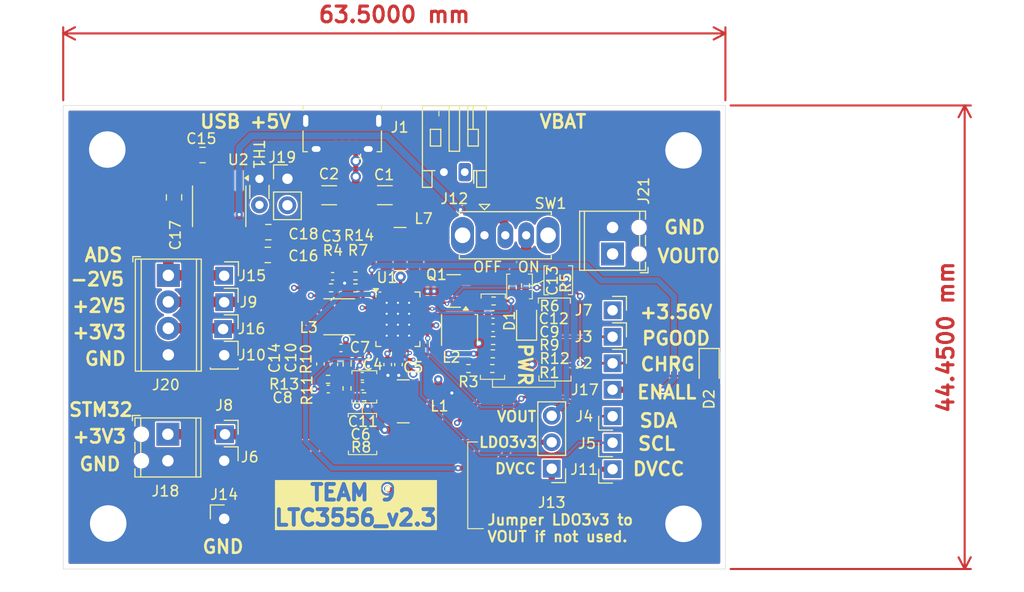
<source format=kicad_pcb>
(kicad_pcb (version 20240108) (generator "pcbnew") (generator_version "8.0")
  (layers (0 "F.Cu" signal) (1 "In1.Cu" signal) (2 "In2.Cu" signal) (31 "B.Cu" signal) (34 "B.Paste" user) (35 "F.Paste" user) (36 "B.SilkS" user "B.Silkscreen") (37 "F.SilkS" user "F.Silkscreen") (38 "B.Mask" user) (39 "F.Mask" user) (44 "Edge.Cuts" user))
  (net 0 "")
  (net 1 "GND")
  (net 2 "Net-(J1-VBUS)")
  (net 3 "Net-(U1-CLPROG)")
  (net 4 "Net-(J11-Pin_1)")
  (net 5 "Net-(U1-FB3)")
  (net 6 "Net-(U1-VC3)")
  (net 7 "Net-(U1-FB2)")
  (net 8 "Net-(U1-FB1)")
  (net 9 "Net-(J7-Pin_1)")
  (net 10 "Net-(J20-Pin_2)")
  (net 11 "Net-(U2-CAP+)")
  (net 12 "Net-(U2-CAP-)")
  (net 13 "Net-(J15-Pin_1)")
  (net 14 "Net-(D1-A)")
  (net 18 "Net-(J4-Pin_1)")
  (net 19 "Net-(J5-Pin_1)")
  (net 20 "VBAT")
  (net 21 "Net-(U1-SW2)")
  (net 22 "Net-(U1-SW1)")
  (net 23 "Net-(U1-SW)")
  (net 24 "Net-(Q1-G)")
  (net 25 "Net-(U1-PROG)")
  (net 26 "Net-(U1-SWCD3)")
  (net 27 "Net-(U1-SWAB3)")
  (net 29 "Net-(J17-Pin_1)")
  (net 30 "Net-(D2-K)")
  (net 31 "Net-(D2-A)")
  (net 32 "Net-(J13-Pin_3)")
  (net 33 "Net-(J3-Pin_1)")
  (net 34 "Net-(J13-Pin_2)")
  (net 35 "Net-(C3-Pad2)")
  (net 36 "Net-(J19-Pin_2)")
  (net 37 "Net-(U2-OSC)")
  (net 38 "Net-(U2-LV)")
  (net 40 "Net-(J21-Pin_1)")
  (net 41 "Net-(J16-Pin_1)")
  (footprint "Inductor_SMD:L_Coilcraft_LPS3010" (layer "F.Cu") (at 135.5575 99.6825)
    (property "Reference" "L3")
    (property "Value" "4.7uH/500mA")
  )
  (footprint "Capacitor_SMD:C_0402_1005Metric" (layer "F.Cu") (at 133.76 104.21 -90)
    (property "Reference" "C14")
    (property "Value" "10uF")
  )
  (footprint "Resistor_SMD:R_0402_1005Metric_Pad0.72x0.64mm_HandSolder" (layer "F.Cu") (at 137.12 95.767 180)
    (property "Reference" "R14")
    (property "Value" "8.25 Ohm")
  )
  (footprint "Connector_PinSocket_2.54mm:PinSocket_1x01_P2.54mm_Vertical" (layer "F.Cu") (at 124.5675 95.7475)
    (property "Reference" "J15")
    (property "Value" "Conn_01x01_Pin")
  )
  (footprint "Capacitor_SMD:C_1206_3216Metric" (layer "F.Cu") (at 139.93375 88.025)
    (property "Reference" "C1")
    (property "Value" "10uF")
  )
  (footprint "Connector_PinHeader_2.54mm:PinHeader_1x02_P2.54mm_Vertical" (layer "F.Cu") (at 130.595 86.4494)
    (property "Reference" "J19")
    (property "Value" "Conn_01x02_Pin")
  )
  (footprint "Connector_PinHeader_2.54mm:PinHeader_1x01_P2.54mm_Vertical" (layer "F.Cu") (at 124.5325 119.06)
    (property "Reference" "J14")
    (property "Value" "Conn_01x01_Pin" (hide yes))
  )
  (footprint "Package_TO_SOT_SMD:SOT-23" (layer "F.Cu") (at 146.54 97.205 180)
    (property "Reference" "Q1")
    (property "Value" "SI2333DS")
  )
  (footprint "Connector_PinSocket_2.54mm:PinSocket_1x01_P2.54mm_Vertical" (layer "F.Cu") (at 161.775 114.3 180)
    (property "Reference" "J11")
    (property "Value" "Conn_01x01_Pin")
  )
  (footprint "Capacitor_SMD:C_0805_2012Metric_Pad1.18x1.45mm_HandSolder" (layer "F.Cu") (at 128.71 93.755 180)
    (property "Reference" "C16")
    (property "Value" "10uF")
  )
  (footprint "Resistor_SMD:R_0402_1005Metric_Pad0.72x0.64mm_HandSolder" (layer "F.Cu") (at 150.241 104.648)
    (property "Reference" "R1")
    (property "Value" "510")
  )
  (footprint "Capacitor_SMD:C_1206_3216Metric" (layer "F.Cu") (at 134.59625 88.03 180)
    (property "Reference" "C2")
    (property "Value" "100nF")
  )
  (footprint "Capacitor_SMD:C_0402_1005Metric" (layer "F.Cu") (at 150.3163 100.7375)
    (property "Reference" "C9")
    (property "Value" "10pF")
  )
  (footprint "Capacitor_SMD:C_0402_1005Metric" (layer "F.Cu") (at 134.51 106.62 180)
    (property "Reference" "C8")
    (property "Value" "130pF")
  )
  (footprint "MountingHole:MountingHole_3.5mm_Pad_TopBottom" (layer "F.Cu") (at 168.58 119.54)
    (property "Reference" "H4" (hide yes))
    (property "Value" "MountingHole_Pad")
  )
  (footprint "Inductor_SMD:L_Coilcraft_LPS3010" (layer "F.Cu") (at 147.1 100.95 90)
    (property "Reference" "L2")
    (property "Value" "4.7uH/500mA")
  )
  (footprint "Capacitor_SMD:C_0402_1005Metric" (layer "F.Cu") (at 135.73 102.67)
    (property "Reference" "C7")
    (property "Value" "1uF")
  )
  (footprint "Resistor_SMD:R_0402_1005Metric_Pad0.72x0.64mm_HandSolder" (layer "F.Cu") (at 134.7825 96.91 180)
    (property "Reference" "R4")
    (property "Value" "100K")
  )
  (footprint "MountingHole:MountingHole_3.5mm_Pad_TopBottom" (layer "F.Cu") (at 113.32 83.6475)
    (property "Reference" "H1" (hide yes))
    (property "Value" "MountingHole_Pad")
  )
  (footprint "Connector_PinSocket_2.54mm:PinSocket_1x01_P2.54mm_Vertical" (layer "F.Cu") (at 161.775 109.22 180)
    (property "Reference" "J4")
    (property "Value" "Conn_01x01_Pin")
  )
  (footprint "Connector_PinSocket_2.54mm:PinSocket_1x01_P2.54mm_Vertical" (layer "F.Cu") (at 161.775 101.6)
    (property "Reference" "J3")
    (property "Value" "Conn_01x01_Pin")
  )
  (footprint "Resistor_SMD:R_0402_1005Metric_Pad0.72x0.64mm_HandSolder" (layer "F.Cu") (at 137.125 96.915 180)
    (property "Reference" "R7")
    (property "Value" "3.01K")
  )
  (footprint "Resistor_SMD:R_0402_1005Metric_Pad0.72x0.64mm_HandSolder" (layer "F.Cu") (at 134.49 105.68 180)
    (property "Reference" "R13")
    (property "Value" "111K")
  )
  (footprint "Connector_PinHeader_2.54mm:PinHeader_1x03_P2.54mm_Vertical" (layer "F.Cu") (at 155.94 114.255 180)
    (property "Reference" "J13")
    (property "Value" "Conn_01x03_Pin")
  )
  (footprint "Connector_USB:USB_Micro-B_Amphenol_10118194-0001LF_Horizontal" (layer "F.Cu") (at 135.85 82.1944 180)
    (property "Reference" "J1")
    (property "Value" "USB_B_Micro")
  )
  (footprint "Connector_PinSocket_2.54mm:PinSocket_1x01_P2.54mm_Vertical" (layer "F.Cu") (at 124.5325 100.8275)
    (property "Reference" "J16")
    (property "Value" "Conn_01x01_Pin")
  )
  (footprint "Connector_PinSocket_2.54mm:PinSocket_1x01_P2.54mm_Vertical" (layer "F.Cu") (at 124.5325 110.9475)
    (property "Reference" "J8")
    (property "Value" "Conn_01x01_Pin")
  )
  (footprint "Capacitor_THT:C_Disc_D3.0mm_W1.6mm_P2.50mm" (layer "F.Cu") (at 127.91 86.4575 -90)
    (property "Reference" "TH1")
    (property "Value" "DNP")
  )
  (footprint "MountingHole:MountingHole_3.5mm_Pad_TopBottom" (layer "F.Cu") (at 168.58 83.72)
    (property "Reference" "H2" (hide yes))
    (property "Value" "MountingHole_Pad")
  )
  (footprint "Capacitor_SMD:C_0805_2012Metric_Pad1.18x1.45mm_HandSolder" (layer "F.Cu") (at 128.765 91.5675)
    (property "Reference" "C18")
    (property "Value" "10uF")
  )
  (footprint "TerminalBlock_Phoenix:TerminalBlock_Phoenix_MPT-0,5-2-2.54_1x02_P2.54mm_Horizontal" (layer "F.Cu") (at 119.13 110.9475 -90)
    (property "Reference" "J18")
    (property "Value" "Screw_Terminal_01x02")
  )
  (footprint "Resistor_SMD:R_0402_1005Metric_Pad0.72x0.64mm_HandSolder" (layer "F.Cu") (at 136.31 106.55 90)
    (property "Reference" "R11")
    (property "Value" "111K")
  )
  (footprint "Package_DFN_QFN:QFN-28-1EP_4x5mm_P0.5mm_EP2.65x3.65mm_ThermalVias" (layer "F.Cu") (at 141.19 99.92)
    (property "Reference" "U1")
    (property "Value" "LTC3556EUFD_PBF")
  )
  (footprint "Capacitor_SMD:C_0402_1005Metric" (layer "F.Cu") (at 140.21 104.26 90)
    (property "Reference" "C4")
    (property "Value" "100nF")
  )
  (footprint "Capacitor_SMD:C_0402_1005Metric" (layer "F.Cu") (at 152.18 96.91 -90)
    (property "Reference" "C13")
    (property "Value" "10uF")
  )
  (footprint "Capacitor_SMD:C_0805_2012Metric_Pad1.18x1.45mm_HandSolder" (layer "F.Cu") (at 122.4525 84.175 180)
    (property "Reference" "C15")
    (property "Value" "10uF")
  )
  (footprint "Resistor_SMD:R_0402_1005Metric_Pad0.72x0.64mm_HandSolder" (layer "F.Cu") (at 150.368 98.171 180)
    (property "Reference" "R6")
    (property "Value" "3.01K")
  )
  (footprint "TerminalBlock_Phoenix:TerminalBlock_Phoenix_MPT-0,5-4-2.54_1x04_P2.54mm_Horizontal" (layer "F.Cu") (at 119.1725 95.7125 -90)
    (property "Reference" "J20")
    (property "Value" "Screw_Terminal_01x04")
  )
  (footprint "Button_Switch_THT:SW_Slide_SPDT_Straight_CK_OS102011MS2Q" (layer "F.Cu") (at 149.49 91.8675)
    (property "Reference" "SW1")
    (property "Value" "SW_SPDT")
  )
  (footprint "Connector_PinSocket_2.54mm:PinSocket_1x01_P2.54mm_Vertical" (layer "F.Cu") (at 124.5325 113.4875)
    (property "Reference" "J6")
    (property "Value" "Conn_01x01_Pin" (hide yes))
  )
  (footprint "Inductor_SMD:L_Coilcraft_LPS4018" (layer "F.Cu") (at 141.6975 107.7925 180)
    (property "Reference" "L1")
    (property "Value" "2.2uH/1.6A")
  )
  (footprint "Resistor_SMD:R_0402_1005Metric_Pad0.72x0.64mm_HandSolder" (layer "F.Cu") (at 153.4275 96.6825 -90)
    (property "Reference" "R5")
    (property "Value" "510 Ohm")
  )
  (footprint "LED_SMD:LED_0805_2012Metric_Pad1.15x1.40mm_HandSolder" (layer "F.Cu") (at 153.5275 100.0625 90)
    (property "Reference" "D1")
    (property "Value" "LED")
  )
  (footprint "Capacitor_SMD:C_0402_1005Metric" (layer "F.Cu") (at 135.0495 104.2545 -90)
    (property "Reference" "C10")
    (property "Value" "10pF")
  )
  (footprint "Connector_PinSocket_2.54mm:PinSocket_1x01_P2.54mm_Vertical" (layer "F.Cu") (at 161.775 111.76 180)
    (property "Reference" "J5")
    (property "Value" "Conn_01x01_Pin")
  )
  (footprint "Connector_PinSocket_2.54mm:PinSocket_1x01_P2.54mm_Vertical" (layer "F.Cu") (at 124.5325 98.2875)
    (property "Reference" "J9")
    (property "Value" "Conn_01x01_Pin" (hide yes))
  )
  (footprint "Connector_PinSocket_2.54mm:PinSocket_1x01_P2.54mm_Vertical" (layer "F.Cu") (at 161.775 106.68)
    (property "Reference" "J17")
    (property "Value" "Conn_01x01_Pin")
  )
  (footprint "Connector_PinSocket_2.54mm:PinSocket_1x01_P2.54mm_Vertical" (layer "F.Cu") (at 161.775 104.14)
    (property "Reference" "J2")
    (property "Value" "Conn_01x01_Pin")
  )
  (footprint "TerminalBlock_Phoenix:TerminalBlock_Phoenix_MPT-0,5-2-2.54_1x02_P2.54mm_Horizontal" (layer "F.Cu") (at 161.775 93.66 90)
    (property "Reference" "J21")
    (property "Value" "Screw_Terminal_01x02")
  )
  (footprint "Capacitor_SMD:C_0402_1005Metric" (layer "F.Cu") (at 134.93 95.8)
    (property "Reference" "C3")
    (property "Value" "100nF")
  )
  (footprint "Capacitor_SMD:C_0402_1005Metric" (layer "F.Cu") (at 150.3025 99.4625)
    (property "Reference" "C12")
    (property "Value" "10uF")
  )
  (footprint "Resistor_SMD:R_0402_1005Metric_Pad0.72x0.64mm_HandSolder" (layer "F.Cu") (at 137.95 107.35 180)
    (property "Reference" "R8")
    (property "Value" "383K")
  )
  (footprint "Connector_PinSocket_2.54mm:PinSocket_1x01_P2.54mm_Vertical" (layer "F.Cu") (at 161.775 99.06)
    (property "Reference" "J7")
    (property "Value" "Conn_01x01_Pin")
  )
  (footprint "Capacitor_SMD:C_0402_1005Metric" (layer "F.Cu") (at 137.78 105.39 180)
    (property "Reference" "C11")
    (property "Value" "10uF")
  )
  (footprint "Capacitor_SMD:C_0805_2012Metric_Pad1.18x1.45mm_HandSolder" (layer "F.Cu") (at 119.7225 88.235 90)
    (property "Reference" "C17")
    (property "Value" "DNI")
  )
  (footprint "Capacitor_SMD:C_0402_1005Metric" (layer "F.Cu") (at 141.25 104.27 90)
    (property "Reference" "C5")
    (property "Value" "1uF")
  )
  (footprint "Resistor_SMD:R_0402_1005Metric_Pad0.72x0.64mm_HandSolder" (layer "F.Cu") (at 150.2895 103.2385)
    (property "Reference" "R12")
    (property "Value" "111K")
  )
  (footprint "Package_SO:SOIC-8_3.9x4.9mm_P1.27mm" (layer "F.Cu") (at 124.0525 89.085 -90)
    (property "Reference" "U2")
    (property "Value" "TC7660B")
  )
  (footprint "Inductor_SMD:L_Coilcraft_LPS4018" (layer "F.Cu") (at 141.3995 93.1801 180)
    (property "Reference" "L7")
    (property "Value" "3.3uH/1.7A")
  )
  (footprint "Capacitor_SMD:C_0402_1005Metric" (layer "F.Cu") (at 137.8 106.34)
    (property "Reference" "C6")
    (property "Value" "1uF")
  )
  (footprint "Resistor_SMD:R_0402_1005Metric_Pad0.72x0.64mm_HandSolder" (layer "F.Cu") (at 147.955 104.648 180)
    (property "Reference" "R3")
    (property "Value" "10K")
  )
  (footprint "Resistor_SMD:R_0402_1005Metric_Pad0.72x0.64mm_HandSolder" (layer "F.Cu") (at 150.3275 101.9625)
    (property "Reference" "R9")
    (property "Value" "347K")
  )
  (footprint "Connector_JST:JST_PH_S2B-PH-K_1x02_P2.00mm_Horizontal" (layer "F.Cu") (at 147.6 85.81 180)
    (property "Reference" "J12")
    (property "Value" "Conn_01x02_Pin")
  )
  (footprint "LED_SMD:LED_0805_2012Metric_Pad1.15x1.40mm_HandSolder" (layer "F.Cu") (at 171.0375 104.585 -90)
    (property "Reference" "D2")
    (property "Value" "LED")
  )
  (footprint "Connector_PinSocket_2.54mm:PinSocket_1x01_P2.54mm_Vertical" (layer "F.Cu") (at 124.5325 103.3675)
    (property "Reference" "J10")
    (property "Value" "Conn_01x01_Pin")
  )
  (footprint "Resistor_SMD:R_0402_1005Metric_Pad0.72x0.64mm_HandSolder" (layer "F.Cu") (at 136.3195 104.2545 -90)
    (property "Reference" "R10")
    (property "Value" "235K")
  )
  (footprint "MountingHole:MountingHole_3.5mm_Pad_TopBottom" (layer "F.Cu") (at 113.4075 119.505)
    (property "Reference" "H3" (hide yes))
    (property "Value" "MountingHole_Pad")
  )
  (gr_line (start 151.42 105.68) (end 151.42 105.28) (stroke (width 0.1)) (layer "F.SilkS"))
  (gr_line (start 149.1 105.28) (end 149.1 105.68) (stroke (width 0.1)) (layer "F.SilkS"))
  (gr_line (start 137.7825 108.965) (end 137.7825 108.535) (stroke (width 0.1)) (layer "F.SilkS"))
  (gr_line (start 156.265 106.44) (end 156.25 105.84) (stroke (width 0.1)) (layer "F.SilkS"))
  (gr_line (start 139.1625 112.895) (end 139.1625 112.565) (stroke (width 0.1)) (layer "F.SilkS"))
  (gr_line (start 154.08 97.96) (end 153.78 97.96) (stroke (width 0.1)) (layer "F.SilkS"))
  (gr_line (start 151.62 95.59) (end 151.62 97.94) (stroke (width 0.1)) (layer "F.SilkS"))
  (gr_line (start 155.2 97.57) (end 155.6 97.57) (stroke (width 0.1)) (layer "F.SilkS"))
  (gr_line (start 155.2 94.8) (end 155.6 94.8) (stroke (width 0.1)) (layer "F.SilkS"))
  (gr_line (start 154.08 96.765) (end 155.1975 96.185) (stroke (width 0.1)) (layer "F.SilkS"))
  (gr_line (start 150.265 106.44) (end 156.265 106.44) (stroke (width 0.1)) (layer "F.SilkS"))
  (gr_line (start 157.94 97.56) (end 157.54 97.56) (stroke (width 0.1)) (layer "F.SilkS"))
  (gr_line (start 155.195 97.57) (end 155.2 94.8) (stroke (width 0.1)) (layer "F.SilkS"))
  (gr_line (start 154.715 105.84) (end 157.785 105.84) (stroke (width 0.1)) (layer "F.SilkS"))
  (gr_line (start 154.08 95.59) (end 153.69 95.59) (stroke (width 0.1)) (layer "F.SilkS"))
  (gr_line (start 151.62 97.94) (end 151.92 97.94) (stroke (width 0.1)) (layer "F.SilkS"))
  (gr_line (start 139.1345 112.902) (end 136.4445 112.902) (stroke (width 0.1)) (layer "F.SilkS"))
  (gr_line (start 151.49 97.5) (end 149.17 97.5) (stroke (width 0.1)) (layer "F.SilkS"))
  (gr_line (start 136.779 107.95) (end 139.16 107.95) (stroke (width 0.1)) (layer "F.SilkS"))
  (gr_line (start 139.1425 108.99) (end 139.1425 109.31) (stroke (width 0.1)) (layer "F.SilkS"))
  (gr_line (start 157.945 94.79) (end 157.94 97.56) (stroke (width 0.1)) (layer "F.SilkS"))
  (gr_line (start 157.725 98.39) (end 157.725 97.89) (stroke (width 0.1)) (layer "F.SilkS"))
  (gr_line (start 147.8875 111.6875) (end 148.82 111.6875) (stroke (width 0.1)) (layer "F.SilkS"))
  (gr_line (start 137.78 108.6) (end 137.78 107.97) (stroke (width 0.1)) (layer "F.SilkS"))
  (gr_line (start 139.161 104.86) (end 136.78 104.86) (stroke (width 0.1)) (layer "F.SilkS"))
  (gr_line (start 136.78 104.87) (end 136.78 105.15) (stroke (width 0.1)) (layer "F.SilkS"))
  (gr_line (start 154.08 95.59) (end 154.08 97.94) (stroke (width 0.1)) (layer "F.SilkS"))
  (gr_line (start 136.4225 108.965) (end 136.4225 109.295) (stroke (width 0.1)) (layer "F.SilkS"))
  (gr_line (start 154.715 105.34) (end 154.715 105.84) (stroke (width 0.1)) (layer "F.SilkS"))
  (gr_line (start 147.8875 120.0025) (end 147.8875 111.6875) (stroke (width 0.1)) (layer "F.SilkS"))
  (gr_line (start 157.94 94.79) (end 157.54 94.79) (stroke (width 0.1)) (layer "F.SilkS"))
  (gr_line (start 150.26 105.68) (end 150.26 106.44) (stroke (width 0.1)) (layer "F.SilkS"))
  (gr_line (start 136.4505 108.958) (end 139.1405 108.958) (stroke (width 0.1)) (layer "F.SilkS"))
  (gr_line (start 157.725 97.89) (end 154.655 97.89) (stroke (width 0.1)) (layer "F.SilkS"))
  (gr_line (start 149.38375 120.0025) (end 147.91125 120.0025) (stroke (width 0.1)) (layer "F.SilkS"))
  (gr_line (start 154.655 97.89) (end 154.655 98.37) (stroke (width 0.1)) (layer "F.SilkS"))
  (gr_line (start 136.4425 112.87) (end 136.4425 112.55) (stroke (width 0.1)) (layer "F.SilkS"))
  (gr_line (start 136.779 107.95) (end 136.78 107.65) (stroke (width 0.1)) (layer "F.SilkS"))
  (gr_line (start 139.16 107.94) (end 139.16 107.66) (stroke (width 0.1)) (layer "F.SilkS"))
  (gr_line (start 151.94 95.59) (end 151.63 95.59) (stroke (width 0.1)) (layer "F.SilkS"))
  (gr_line (start 151.49 97.9) (end 151.49 97.5) (stroke (width 0.1)) (layer "F.SilkS"))
  (gr_line (start 145.12 79.9925) (end 145.12 80.4325) (stroke (width 0.1)) (layer "F.SilkS"))
  (gr_line (start 149.17 97.5) (end 149.17 97.9) (stroke (width 0.1)) (layer "F.SilkS"))
  (gr_line (start 157.785 105.84) (end 157.785 105.36) (stroke (width 0.1)) (layer "F.SilkS"))
  (gr_line (start 139.161 104.86) (end 139.16 105.16) (stroke (width 0.1)) (layer "F.SilkS"))
  (gr_line (start 149.1 105.68) (end 151.42 105.68) (stroke (width 0.1)) (layer "F.SilkS"))
  (gr_rect (start 109.095 79.42) (end 172.595 123.87) (stroke (width 0.05)) (fill none) (layer "Edge.Cuts"))
  (gr_text "LDO3v3" (at 148.8675 112.3025 0) (layer "F.SilkS") (effects (font (size 1 1) (thickness 0.2) (bold yes)) (justify left bottom)))
  (gr_text "ADS" (at 111.01 94.5075 0) (layer "F.SilkS") (effects (font (size 1.27 1.27) (thickness 0.254) (bold yes)) (justify left bottom)))
  (gr_text "STM32" (at 109.515 109.3425 0) (layer "F.SilkS") (effects (font (size 1.27 1.27) (thickness 0.254) (bold yes)) (justify left bottom)))
  (gr_text "OFF  ON" (at 151.6 94.91 0) (layer "F.SilkS") (effects (font (size 1 1))))
  (gr_text "GND" (at 166.5925 91.8475 0) (layer "F.SilkS") (effects (font (size 1.27 1.27) (thickness 0.254) (bold yes)) (justify left bottom)))
  (gr_text "DVCC" (at 163.575 115.02 0) (layer "F.SilkS") (effects (font (size 1.27 1.27) (thickness 0.254) (bold yes)) (justify left bottom)))
  (gr_text "GND" (at 110.515 114.555 0) (layer "F.SilkS") (effects (font (size 1.27 1.27) (thickness 0.254) (bold yes)) (justify left bottom)))
  (gr_text "SCL" (at 164.075 112.5975 0) (layer "F.SilkS") (effects (font (size 1.27 1.27) (thickness 0.254) (bold yes)) (justify left bottom)))
  (gr_text "PWR" (at 152.654 102.108 270) (layer "F.SilkS") (effects (font (size 1.27 1.27) (thickness 0.254) (bold yes)) (justify left bottom)))
  (gr_text "CHRG" (at 164.325 104.9825 0) (layer "F.SilkS") (effects (font (size 1.27 1.27) (thickness 0.254) (bold yes)) (justify left bottom)))
  (gr_text "   TEAM 9\nLTC3556_v2.3" (at 129.17 119.8325 0) (layer "F.SilkS" knockout) (effects (font (size 1.5 1.5) (thickness 0.375) (bold yes)) (justify left bottom)))
  (gr_text "SDA" (at 164.2225 110.385 0) (layer "F.SilkS") (effects (font (size 1.27 1.27) (thickness 0.254) (bold yes)) (justify left bottom)))
  (gr_text "ENALL" (at 163.99 107.6675 0) (layer "F.SilkS") (effects (font (size 1.27 1.27) (thickness 0.254) (bold yes)) (justify left bottom)))
  (gr_text "-2V5" (at 115.0775 96.83 0) (layer "F.SilkS") (effects (font (size 1.27 1.27) (thickness 0.254) (bold yes)) (justify right bottom)))
  (gr_text "USB +5V" (at 122.085 81.705 0) (layer "F.SilkS") (effects (font (size 1.27 1.27) (thickness 0.254) (bold yes)) (justify left bottom)))
  (gr_text "PGOOD" (at 164.46 102.5 0) (layer "F.SilkS") (effects (font (size 1.27 1.27) (thickness 0.254) (bold yes)) (justify left bottom)))
  (gr_text "+2V5" (at 109.825 99.37 0) (layer "F.SilkS") (effects (font (size 1.27 1.27) (thickness 0.254) (bold yes)) (justify left bottom)))
  (gr_text "+3V3" (at 109.835 101.91 0) (layer "F.SilkS") (effects (font (size 1.27 1.27) (thickness 0.254) (bold yes)) (justify left bottom)))
  (gr_text "DVCC\n" (at 150.395 114.84 0) (layer "F.SilkS") (effects (font (size 1 1) (thickness 0.2) (bold yes)) (justify left bottom)))
  (gr_text "VOUT0" (at 165.945 94.595 0) (layer "F.SilkS") (effects (font (size 1.27 1.27) (thickness 0.254) (bold yes)) (justify left bottom)))
  (gr_text "GND" (at 122.32 122.477 0) (layer "F.SilkS") (effects (font (size 1.27 1.27) (thickness 0.254) (bold yes)) (justify left bottom)))
  (gr_text "+3V3" (at 109.855 111.9 0) (layer "F.SilkS") (effects (font (size 1.27 1.27) (thickness 0.254) (bold yes)) (justify left bottom)))
  (gr_text "VBAT" (at 154.645 81.705 0) (layer "F.SilkS") (effects (font (size 1.27 1.27) (thickness 0.254) (bold yes)) (justify left bottom)))
  (gr_text "VOUT" (at 150.5825 109.8425 0) (layer "F.SilkS") (effects (font (size 1 1) (thickness 0.2) (bold yes)) (justify left bottom)))
  (gr_text "+3.56V" (at 164.255 99.9825 0) (layer "F.SilkS") (effects (font (size 1.27 1.27) (thickness 0.254) (bold yes)) (justify left bottom)))
  (gr_text "GND" (at 111.0325 104.45 0) (layer "F.SilkS") (effects (font (size 1.27 1.27) (thickness 0.254) (bold yes)) (justify left bottom)))
  (gr_text "Jumper LDO3v3 to \nVOUT if not used." (at 149.675 121.355 0) (layer "F.SilkS") (effects (font (size 1 1) (thickness 0.2) (bold yes)) (justify left bottom)))
  (dimension (type aligned) (layer "F.Cu") (pts (xy 172.595 123.87) (xy 172.595 79.42)) (height 22.945) (gr_text "44.4500 mm" (at 193.74 101.645 90) (layer "F.Cu") (effects (font (size 1.5 1.5) (thickness 0.3)))) (format (prefix "") (suffix "") (units 3) (units_format 1) (precision 4)) (style (thickness 0.2) (arrow_length 1.27) (text_position_mode 0) (extension_height 0.58642) (extension_offset 0.5) keep_text_aligned))
  (dimension (type aligned) (layer "F.Cu") (pts (xy 109.095 79.42) (xy 172.595 79.42)) (height -6.91) (gr_text "63.5000 mm" (at 140.845 70.71 0) (layer "F.Cu") (effects (font (size 1.5 1.5) (thickness 0.3)))) (format (prefix "") (suffix "") (units 3) (units_format 1) (precision 4)) (style (thickness 0.2) (arrow_length 1.27) (text_position_mode 0) (extension_height 0.58642) (extension_offset 0.5) keep_text_aligned))
  (segment (start 137.1675 105.9825) (end 137.3 105.85) (width 0.25) (layer "F.Cu") (net 1))
  (segment (start 137.33 105.39) (end 137.3 105.39) (width 0.25) (layer "F.Cu") (net 1))
  (segment (start 140.23 105.31) (end 140.23 104.76) (width 0.25) (layer "F.Cu") (net 1))
  (segment (start 138.36 104.43) (end 138.29 104.43) (width 0.25) (layer "F.Cu") (net 1))
  (segment (start 137.3 106.32) (end 137.32 106.34) (width 0.25) (layer "F.Cu") (net 1))
  (segment (start 141.27 105.37) (end 141.27 104.77) (width 0.25) (layer "F.Cu") (net 1))
  (segment (start 136.105 96.46) (end 136.555 96.91) (width 0.4) (layer "F.Cu") (net 1))
  (segment (start 137.3 105.39) (end 137.3 105.85) (width 0.25) (layer "F.Cu") (net 1))
  (segment (start 138.29 104.43) (end 137.33 105.39) (width 0.25) (layer "F.Cu") (net 1))
  (segment (start 136.08 96.46) (end 136.105 96.46) (width 0.25) (layer "F.Cu") (net 1))
  (segment (start 141.27 104.77) (end 141.25 104.75) (width 0.25) (layer "F.Cu") (net 1))
  (segment (start 140.23 104.76) (end 140.21 104.74) (width 0.25) (layer "F.Cu") (net 1))
  (segment (start 137.3 105.85) (end 137.3 106.32) (width 0.25) (layer "F.Cu") (net 1))
  (segment (start 136.24 105.9825) (end 137.1675 105.9825) (width 0.25) (layer "F.Cu") (net 1))
  (via (at 141.27 105.3) (size 0.6) (drill 0.3) (layers "F.Cu" "B.Cu") (net 1))
  (via (at 146.3625 106.9925) (size 0.6) (drill 0.3) (layers "F.Cu" "B.Cu") (net 1))
  (via (at 140.23 105.3) (size 0.6) (drill 0.3) (layers "F.Cu" "B.Cu") (net 1))
  (via (at 136.08 96.46) (size 0.5) (drill 0.3) (layers "F.Cu" "B.Cu") (net 1))
  (via (at 138.36 104.43) (size 0.6) (drill 0.3) (layers "F.Cu" "B.Cu") (net 1))
  (segment (start 137.15 84.3067) (end 137.15 86.245) (width 0.5) (layer "F.Cu") (net 2))
  (segment (start 141.44 97.47) (end 141.44 95.8574) (width 0.35) (layer "F.Cu") (net 2))
  (segment (start 132.8545 97.6525) (end 135.175 97.6525) (width 0.25) (layer "F.Cu") (net 2))
  (segment (start 141.44 95.8574) (end 141.4503 95.8471) (width 0.25) (layer "F.Cu") (net 2))
  (segment (start 135.38 97.4475) (end 135.38 96.91) (width 0.25) (layer "F.Cu") (net 2))
  (segment (start 136.07125 88.03) (end 137.155 88.03) (width 0.635) (layer "F.Cu") (net 2))
  (segment (start 135.175 97.6525) (end 135.38 97.4475) (width 0.25) (layer "F.Cu") (net 2))
  (segment (start 137.15 86.245) (end 137.15 88.025) (width 0.75) (layer "F.Cu") (net 2))
  (segment (start 137.155 88.03) (end 138.45375 88.03) (width 0.635) (layer "F.Cu") (net 2))
  (segment (start 137.15 88.025) (end 137.155 88.03) (width 0.5) (layer "F.Cu") (net 2))
  (segment (start 137.15 84.255) (end 137.15 83.595) (width 0.4) (layer "F.Cu") (net 2))
  (segment (start 132.842 97.64) (end 132.8545 97.6525) (width 0.25) (layer "F.Cu") (net 2))
  (via (at 137.15 84.7475) (size 1) (drill 0.6) (layers "F.Cu" "B.Cu") (net 2))
  (via (at 141.4503 95.8471) (size 1) (drill 0.5) (layers "F.Cu" "B.Cu") (net 2))
  (via (at 137.15 86.245) (size 1) (drill 0.6) (layers "F.Cu" "B.Cu") (net 2))
  (via (at 132.842 97.64) (size 0.6) (drill 0.3) (layers "F.Cu" "B.Cu") (net 2))
  (segment (start 137.7275 97.26) (end 137.7275 97.7225) (width 0.25) (layer "F.Cu") (net 3))
  (segment (start 137.7175 95.767) (end 137.7175 97.25) (width 0.25) (layer "F.Cu") (net 3))
  (segment (start 137.7175 97.25) (end 137.7275 97.26) (width 0.25) (layer "F.Cu") (net 3))
  (segment (start 137.7275 97.7225) (end 138.675 98.67) (width 0.25) (layer "F.Cu") (net 3))
  (segment (start 138.675 98.67) (end 139.24 98.67) (width 0.25) (layer "F.Cu") (net 3))
  (segment (start 157.7775 116.2775) (end 159.755 114.3) (width 0.5) (layer "F.Cu") (net 4))
  (segment (start 159.755 114.3) (end 161.775 114.3) (width 0.5) (layer "F.Cu") (net 4))
  (segment (start 140.1675 116.1625) (end 140.2825 116.2775) (width 0.5) (layer "F.Cu") (net 4))
  (segment (start 140.182389 103.213652) (end 140.44 102.956041) (width 0.25) (layer "F.Cu") (net 4))
  (segment (start 155.94 114.255) (end 155.94 116.14) (width 0.6) (layer "F.Cu") (net 4))
  (segment (start 140.182389 103.213652) (end 140.21 103.241263) (width 0.25) (layer "F.Cu") (net 4))
  (segment (start 140.2825 116.2775) (end 155.8025 116.2775) (width 0.5) (layer "F.Cu") (net 4))
  (segment (start 140.44 102.956041) (end 140.44 102.37) (width 0.25) (layer "F.Cu") (net 4))
  (segment (start 140.21 103.241263) (end 140.21 103.78) (width 0.25) (layer "F.Cu") (net 4))
  (segment (start 155.075 116.2775) (end 157.7775 116.2775) (width 0.5) (layer "F.Cu") (net 4))
  (via (at 140.182389 103.213652) (size 0.6) (drill 0.3) (layers "F.Cu" "B.Cu") (net 4))
  (via (at 140.1675 116.1625) (size 0.6) (drill 0.3) (layers "F.Cu" "B.Cu") (net 4))
  (segment (start 136.2425 107.18) (end 136.24 107.1775) (width 0.25) (layer "F.Cu") (net 5))
  (segment (start 135.5475 107.1775) (end 134.99 106.62) (width 0.25) (layer "F.Cu") (net 5))
  (segment (start 137.822499 103.687501) (end 137.822499 102.167501) (width 0.25) (layer "F.Cu") (net 5))
  (segment (start 137.3025 108.1875) (end 137.3025 107.42) (width 0.25) (layer "F.Cu") (net 5))
  (segment (start 137.3025 107.42) (end 137.0625 107.18) (width 0.25) (layer "F.Cu") (net 5))
  (segment (start 137.27 108.22) (end 137.3025 108.1875) (width 0.25) (layer "F.Cu") (net 5))
  (segment (start 137.53 104.35) (end 137.53 103.98) (width 0.25) (layer "F.Cu") (net 5))
  (segment (start 137.822499 102.167501) (end 138.82 101.17) (width 0.25) (layer "F.Cu") (net 5))
  (segment (start 138.82 101.17) (end 139.24 101.17) (width 0.25) (layer "F.Cu") (net 5))
  (segment (start 137.0625 107.18) (end 136.2425 107.18) (width 0.25) (layer "F.Cu") (net 5))
  (segment (start 136.24 107.1775) (end 135.5475 107.1775) (width 0.25) (layer "F.Cu") (net 5))
  (segment (start 137.53 103.98) (end 137.822499 103.687501) (width 0.25) (layer "F.Cu") (net 5))
  (via (at 137.53 104.35) (size 0.6) (drill 0.3) (layers "F.Cu" "B.Cu") (net 5))
  (via (at 137.27 108.22) (size 0.6) (drill 0.3) (layers "F.Cu" "B.Cu") (net 5))
  (segment (start 137.27 108.22) (end 137.27 104.61) (width 0.25) (layer "B.Cu") (net 5))
  (segment (start 137.27 104.61) (end 137.53 104.35) (width 0.25) (layer "B.Cu") (net 5))
  (segment (start 138.397499 102.512501) (end 139.24 101.67) (width 0.25) (layer "F.Cu") (net 6))
  (segment (start 138.397499 103.486002) (end 138.397499 102.512501) (width 0.25) (layer "F.Cu") (net 6))
  (segment (start 133.18 106.61) (end 134.02 106.61) (width 0.25) (layer "F.Cu") (net 6))
  (segment (start 134.02 106.61) (end 134.03 106.62) (width 0.25) (layer "F.Cu") (net 6))
  (via (at 133.18 106.61) (size 0.6) (drill 0.3) (layers "F.Cu" "B.Cu") (net 6))
  (via (at 138.397499 103.486002) (size 0.6) (drill 0.3) (layers "F.Cu" "B.Cu") (net 6))
  (segment (start 133.18 105.57) (end 133.18 106.61) (width 0.25) (layer "B.Cu") (net 6))
  (segment (start 138.123501 103.76) (end 134.99 103.76) (width 0.25) (layer "B.Cu") (net 6))
  (segment (start 134.99 103.76) (end 133.18 105.57) (width 0.25) (layer "B.Cu") (net 6))
  (segment (start 138.397499 103.486002) (end 138.123501 103.76) (width 0.25) (layer "B.Cu") (net 6))
  (segment (start 150.925 100.8662) (end 150.7963 100.7375) (width 0.25) (layer "F.Cu") (net 7))
  (segment (start 143.601304 100.678411) (end 143.672893 100.75) (width 0.3) (layer "F.Cu") (net 7))
  (segment (start 150.925 101.9625) (end 150.925 100.8662) (width 0.3) (layer "F.Cu") (net 7))
  (segment (start 144.88 102.53) (end 145.5725 103.2225) (width 0.5) (layer "F.Cu") (net 7))
  (segment (start 143.879173 100.76) (end 144.27 101.05) (width 0.3) (layer "F.Cu") (net 7))
  (segment (start 144.88 101.3) (end 144.88 102.53) (width 0.5) (layer "F.Cu") (net 7))
  (segment (start 143.609716 100.67) (end 143.14 100.67) (width 0.25) (layer "F.Cu") (net 7))
  (segment (start 149.692 103.1955) (end 149.8045 103.1955) (width 0.3) (layer "F.Cu") (net 7))
  (segment (start 150.925 102.075) (end 150.925 101.9625) (width 0.3) (layer "F.Cu") (net 7))
  (segment (start 145.5725 103.2225) (end 146.0575 103.2225) (width 0.5) (layer "F.Cu") (net 7))
  (segment (start 149.8045 103.1955) (end 150.925 102.075) (width 0.4) (layer "F.Cu") (net 7))
  (segment (start 148.4475 103.2225) (end 149.676 103.2225) (width 0.5) (layer "F.Cu") (net 7))
  (segment (start 143.672893 100.75) (end 143.71 100.75) (width 0.3) (layer "F.Cu") (net 7))
  (segment (start 143.71 100.75) (end 143.72 100.76) (width 0.3) (layer "F.Cu") (net 7))
  (segment (start 149.676 103.2225) (end 149.692 103.2385) (width 0.25) (layer "F.Cu") (net 7))
  (segment (start 144.27 101.05) (end 144.88 101.2) (width 0.3) (layer "F.Cu") (net 7))
  (segment (start 149.692 103.2385) (end 149.692 103.1955) (width 0.25) (layer "F.Cu") (net 7))
  (segment (start 143.72 100.76) (end 143.879173 100.76) (width 0.3) (layer "F.Cu") (net 7))
  (via (at 146.0575 103.2225) (size 0.6) (drill 0.3) (layers "F.Cu" "B.Cu") (net 7))
  (via (at 148.4475 103.2225) (size 0.6) (drill 0.3) (layers "F.Cu" "B.Cu") (net 7))
  (segment (start 146.0575 103.2225) (end 148.4475 103.2225) (width 0.5) (layer "B.Cu") (net 7))
  (segment (start 136.658 104.852) (end 136.3195 104.852) (width 0.25) (layer "F.Cu") (net 8))
  (segment (start 136.9375 103.7925) (end 136.9375 104.5725) (width 0.25) (layer "F.Cu") (net 8))
  (segment (start 137.4225 103.3075) (end 136.9375 103.7925) (width 0.25) (layer "F.Cu") (net 8))
  (segment (start 138.71 100.67) (end 137.4225 101.9575) (width 0.25) (layer "F.Cu") (net 8))
  (segment (start 136.202 104.7345) (end 136.3195 104.852) (width 0.25) (layer "F.Cu") (net 8))
  (segment (start 139.24 100.67) (end 138.71 100.67) (width 0.25) (layer "F.Cu") (net 8))
  (segment (start 136.9375 104.5725) (end 136.658 104.852) (width 0.25) (layer "F.Cu") (net 8))
  (segment (start 135.0495 104.7345) (end 135.0495 105.642) (width 0.25) (layer "F.Cu") (net 8))
  (segment (start 135.0495 104.7345) (end 136.202 104.7345) (width 0.25) (layer "F.Cu") (net 8))
  (segment (start 137.4225 101.9575) (end 137.4225 103.3075) (width 0.25) (layer "F.Cu") (net 8))
  (segment (start 135.0495 105.642) (end 135.0875 105.68) (width 0.25) (layer "F.Cu") (net 8))
  (segment (start 136.2 101.86) (end 136.2 102.66) (width 0.5) (layer "F.Cu") (net 9))
  (segment (start 142.68 103.8) (end 142.217107 103.8) (width 0.3) (layer "F.Cu") (net 9))
  (segment (start 142.217107 103.8) (end 141.44 103.022893) (width 0.3) (layer "F.Cu") (net 9))
  (segment (start 137.0225 102.4475) (end 137.0225 101.7675) (width 0.25) (layer "F.Cu") (net 9))
  (segment (start 136.2 102.66) (end 136.21 102.67) (width 0.25) (layer "F.Cu") (net 9))
  (segment (start 143.88 100.17) (end 143.14 100.17) (width 0.25) (layer "F.Cu") (net 9))
  (segment (start 138.352 108.198) (end 138.352 105.42) (width 0.4) (layer "F.Cu") (net 9))
  (segment (start 144.615011 110.524989) (end 145.06 110.08) (width 0.75) (layer "F.Cu") (net 9))
  (segment (start 138.29 108.26) (end 138.352 108.198) (width 0.25) (layer "F.Cu") (net 9))
  (segment (start 137.0225 101.7675) (end 138.62 100.17) (width 0.25) (layer "F.Cu") (net 9))
  (segment (start 141.44 103.022893) (end 141.44 102.37) (width 0.3) (layer "F.Cu") (net 9))
  (segment (start 144.86 100.5075) (end 144.379695 100.5075) (width 0.4) (layer "F.Cu") (net 9))
  (segment (start 145.06 110.08) (end 145.06 105.69) (width 0.75) (layer "F.Cu") (net 9))
  (segment (start 144.379695 100.5075) (end 144.029695 100.25) (width 0.4) (layer "F.Cu") (net 9))
  (segment (start 138.62 100.17) (end 139.24 100.17) (width 0.25) (layer "F.Cu") (net 9))
  (segment (start 136.21 102.67) (end 136.8 102.67) (width 0.25) (layer "F.Cu") (net 9))
  (segment (start 144.029695 100.25) (end 143.88 100.25) (width 0.4) (layer "F.Cu") (net 9))
  (segment (start 139.924989 110.524989) (end 144.615011 110.524989) (width 0.75) (layer "F.Cu") (net 9))
  (segment (start 136.8 102.67) (end 137.0225 102.4475) (width 0.25) (layer "F.Cu") (net 9))
  (via (at 142.68 103.8) (size 0.4) (drill 0.2) (layers "F.Cu" "B.Cu") (net 9))
  (via (at 139.924989 110.524989) (size 0.8) (drill 0.4) (layers "F.Cu" "B.Cu") (net 9))
  (via (at 138.29 108.26) (size 0.6) (drill 0.3) (layers "F.Cu" "B.Cu") (net 9))
  (via (at 145.06 105.69) (size 0.8) (drill 0.4) (layers "F.Cu" "B.Cu") (net 9))
  (via (at 136.2 101.86) (size 0.6) (drill 0.3) (layers "F.Cu" "B.Cu") (net 9))
  (via (at 144.86 100.5075) (size 0.6) (drill 0.3) (layers "F.Cu" "B.Cu") (net 9))
  (segment (start 138.29 108.89) (end 138.29 108.26) (width 0.75) (layer "B.Cu") (net 9))
  (segment (start 139.924989 110.524989) (end 138.29 108.89) (width 0.75) (layer "B.Cu") (net 9))
  (segment (start 127.645 98.2525) (end 129.3415 99.949) (width 1) (layer "F.Cu") (net 10))
  (segment (start 135.167 103.657) (end 135.0495 103.7745) (width 0.25) (layer "F.Cu") (net 10))
  (segment (start 129.3415 99.949) (end 134.15 99.949) (width 1) (layer "F.Cu") (net 10))
  (segment (start 135.0495 103.7745) (end 133.7795 103.7745) (width 0.25) (layer "F.Cu") (net 10))
  (segment (start 136.3195 103.657) (end 135.167 103.657) (width 0.25) (layer "F.Cu") (net 10))
  (segment (start 133.76 103.73) (end 133.82 103.67) (width 0.25) (layer "F.Cu") (net 10))
  (segment (start 124.5325 98.2525) (end 127.645 98.2525) (width 1) (layer "F.Cu") (net 10))
  (segment (start 133.82 103.67) (end 133.82 100.009) (width 0.25) (layer "F.Cu") (net 10))
  (segment (start 124.5475 98.2525) (end 119.1725 98.2525) (width 1.016) (layer "F.Cu") (net 10))
  (segment (start 123.49 84.175) (end 124.25 84.175) (width 0.6) (layer "F.Cu") (net 11))
  (segment (start 124.6875 84.6125) (end 124.6875 86.61) (width 0.6) (layer "F.Cu") (net 11))
  (segment (start 124.25 84.175) (end 124.6875 84.6125) (width 0.6) (layer "F.Cu") (net 11))
  (segment (start 121.705 86.61) (end 122.1 86.61) (width 0.7) (layer "F.Cu") (net 12))
  (segment (start 121.415 86.32) (end 121.705 86.61) (width 0.6) (layer "F.Cu") (net 12))
  (segment (start 121.415 84.175) (end 121.415 86.32) (width 0.6) (layer "F.Cu") (net 12))
  (segment (start 119.1725 95.7125) (end 119.1725 92.205) (width 1.016) (layer "F.Cu") (net 13))
  (segment (start 119.8175 91.56) (end 121.9 91.56) (width 1.016) (layer "F.Cu") (net 13))
  (segment (start 119.1725 92.205) (end 119.8175 91.56) (width 1.016) (layer "F.Cu") (net 13))
  (segment (start 124.5675 95.7125) (end 119.1725 95.7125) (width 1.016) (layer "F.Cu") (net 13))
  (segment (start 153.5275 97.38) (end 153.4275 97.28) (width 0.25) (layer "F.Cu") (net 14))
  (segment (start 153.5275 99.0375) (end 153.5275 97.38) (width 0.25) (layer "F.Cu") (net 14))
  (segment (start 153.025 107.53) (end 153.1675 107.3875) (width 0.25) (layer "F.Cu") (net 18))
  (segment (start 143.54403 101.17) (end 143.14 101.17) (width 0.25) (layer "F.Cu") (net 18))
  (segment (start 159.085 109.22) (end 161.775 109.22) (width 0.25) (layer "F.Cu") (net 18))
  (segment (start 144.05 101.75) (end 144.05 101.46) (width 0.25) (layer "F.Cu") (net 18))
  (segment (start 143.92 101.33) (end 143.70403 101.33) (width 0.25) (layer "F.Cu") (net 18))
  (segment (start 157.2525 107.3875) (end 159.085 109.22) (width 0.25) (layer "F.Cu") (net 18))
  (segment (start 153.1675 107.3875) (end 157.2525 107.3875) (width 0.25) (layer "F.Cu") (net 18))
  (segment (start 144.05 101.46) (end 143.92 101.33) (width 0.25) (layer "F.Cu") (net 18))
  (segment (start 143.70403 101.33) (end 143.54403 101.17) (width 0.25) (layer "F.Cu") (net 18))
  (via (at 144.05 101.75) (size 0.5) (drill 0.3) (layers "F.Cu" "B.Cu") (net 18))
  (via (at 153.025 107.53) (size 0.6) (drill 0.3) (layers "F.Cu" "B.Cu") (net 18))
  (segment (start 152.19 108.365) (end 149.1975 108.365) (width 0.25) (layer "B.Cu") (net 18))
  (segment (start 153.025 107.53) (end 152.19 108.365) (width 0.25) (layer "B.Cu") (net 18))
  (segment (start 149.1975 108.365) (end 144.04 103.2075) (width 0.25) (layer "B.Cu") (net 18))
  (segment (start 144.04 103.2075) (end 144.04 101.84) (width 0.25) (layer "B.Cu") (net 18))
  (segment (start 142.336195 103.153313) (end 142.319283 103.153313) (width 0.25) (layer "F.Cu") (net 19))
  (segment (start 141.94 102.77403) (end 141.94 102.37) (width 0.25) (layer "F.Cu") (net 19))
  (segment (start 142.319283 103.153313) (end 141.94 102.77403) (width 0.25) (layer "F.Cu") (net 19))
  (via (at 142.336195 103.153313) (size 0.4) (drill 0.2) (layers "F.Cu" "B.Cu") (net 19))
  (segment (start 142.03 103.459508) (end 142.03 104.069239) (width 0.25) (layer "B.Cu") (net 19))
  (segment (start 142.417879 104.457118) (end 143.4 104.457118) (width 0.25) (layer "B.Cu") (net 19))
  (segment (start 157.3825 112.9275) (end 158.55 111.76) (width 0.25) (layer "B.Cu") (net 19))
  (segment (start 149.12 112.9275) (end 157.3825 112.9275) (width 0.25) (layer "B.Cu") (net 19))
  (segment (start 143.4 107.2075) (end 149.12 112.9275) (width 0.25) (layer "B.Cu") (net 19))
  (segment (start 143.4 104.457118) (end 143.4 107.2075) (width 0.25) (layer "B.Cu") (net 19))
  (segment (start 158.55 111.76) (end 161.775 111.76) (width 0.25) (layer "B.Cu") (net 19))
  (segment (start 142.336195 103.153313) (end 142.03 103.459508) (width 0.25) (layer "B.Cu") (net 19))
  (segment (start 142.03 104.069239) (end 142.417879 104.457118) (width 0.25) (layer "B.Cu") (net 19))
  (segment (start 142.8425 97.2375) (end 142.6775 97.4025) (width 0.75) (layer "F.Cu") (net 20))
  (segment (start 145.57 97.2375) (end 142.8425 97.2375) (width 0.75) (layer "F.Cu") (net 20))
  (via (at 144.0275 97.2375) (size 0.6) (drill 0.3) (layers "F.Cu" "B.Cu") (net 20))
  (via (at 144.6525 97.2375) (size 0.6) (drill 0.3) (layers "F.Cu" "B.Cu") (net 20))
  (segment (start 144.4875 99.6825) (end 146.7335 99.6825) (width 0.75) (layer "F.Cu") (net 21))
  (segment (start 143.14 99.67) (end 144.46 99.67) (width 0.45) (layer "F.Cu") (net 21))
  (segment (start 137.9775 99.6825) (end 136.8275 99.6825) (width 0.75) (layer "F.Cu") (net 22))
  (segment (start 139.24 99.67) (end 138.06 99.67) (width 0.45) (layer "F.Cu") (net 22))
  (segment (start 140.0475 95.8875) (end 140.0475 95.1625) (width 1) (layer "F.Cu") (net 23))
  (segment (start 140.0475 95.1625) (end 140.0575 95.1525) (width 1) (layer "F.Cu") (net 23))
  (segment (start 140.94 97.47) (end 140.94 96.875) (width 0.25) (layer "F.Cu") (net 23))
  (segment (start 140.8775 96.875) (end 140.185 96.12) (width 0.4) (layer "F.Cu") (net 23))
  (segment (start 143.42 97.89) (end 147.485 97.89) (width 0.25) (layer "F.Cu") (net 24))
  (segment (start 143.14 98.17) (end 143.42 97.89) (width 0.25) (layer "F.Cu") (net 24))
  (segment (start 152.029 98.171) (end 152.0475 98.1525) (width 0.25) (layer "F.Cu") (net 25))
  (segment (start 143.69 99.17) (end 143.9375 98.9225) (width 0.25) (layer "F.Cu") (net 25))
  (segment (start 150.9655 98.171) (end 152.029 98.171) (width 0.25) (layer "F.Cu") (net 25))
  (segment (start 144.4675 98.9225) (end 144.4775 98.9125) (width 0.25) (layer "F.Cu") (net 25))
  (segment (start 143.14 99.17) (end 143.69 99.17) (width 0.25) (layer "F.Cu") (net 25))
  (segment (start 143.9375 98.9225) (end 144.4675 98.9225) (width 0.25) (layer "F.Cu") (net 25))
  (via (at 152.0475 98.1525) (size 0.6) (drill 0.3) (layers "F.Cu" "B.Cu") (net 25))
  (via (at 144.4775 98.9125) (size 0.4) (drill 0.2) (layers "F.Cu" "B.Cu") (net 25))
  (segment (start 144.8975 98.9125) (end 144.4775 98.9125) (width 0.25) (layer "B.Cu") (net 25))
  (segment (start 152.0475 98.1525) (end 152.0475 99.0925) (width 0.25) (layer "B.Cu") (net 25))
  (segment (start 145.2825 99.2975) (end 144.8975 98.9125) (width 0.25) (layer "B.Cu") (net 25))
  (segment (start 151.8325 99.2975) (end 145.2825 99.2975) (width 0.25) (layer "B.Cu") (net 25))
  (segment (start 151.8375 99.3025) (end 151.8325 99.2975) (width 0.25) (layer "B.Cu") (net 25))
  (segment (start 152.0475 99.0925) (end 151.8375 99.3025) (width 0.25) (layer "B.Cu") (net 25))
  (segment (start 142.6775 102.37) (end 143.6725 103.4475) (width 0.75) (layer "F.Cu") (net 26))
  (segment (start 143.6725 103.4475) (end 143.6725 107.6625) (width 0.75) (layer "F.Cu") (net 26))
  (segment (start 139.6975 106.1825) (end 139.6975 107.6625) (width 0.75) (layer "F.Cu") (net 27))
  (segment (start 139.27 102.7975) (end 139.27 105.71) (width 0.75) (layer "F.Cu") (net 27))
  (segment (start 139.27 105.71) (end 139.72 106.16) (width 0.8) (layer "F.Cu") (net 27))
  (segment (start 139.6975 102.37) (end 139.27 102.7975) (width 0.75) (layer "F.Cu") (net 27))
  (segment (start 138.684 96.214) (end 139.94 97.47) (width 0.25) (layer "F.Cu") (net 29))
  (segment (start 166.595 106.68) (end 161.775 106.68) (width 0.6) (layer "F.Cu") (net 29))
  (segment (start 138.684 95.200222) (end 138.684 96.214) (width 0.25) (layer "F.Cu") (net 29))
  (via (at 166.595 106.68) (size 0.6) (drill 0.3) (layers "F.Cu" "B.Cu") (net 29))
  (via (at 138.684 95.20022) (size 0.6) (drill 0.3) (layers "F.Cu" "B.Cu") (net 29))
  (segment (start 139.11422 94.77) (end 138.684 95.20022) (width 0.6) (layer "B.Cu") (net 29))
  (segment (start 159.275 94.77) (end 139.11422 94.77) (width 0.6) (layer "B.Cu") (net 29))
  (segment (start 166.1425 96.195) (end 160.7 96.195) (width 0.6) (layer "B.Cu") (net 29))
  (segment (start 166.595 106.68) (end 167.665 105.61) (width 0.6) (layer "B.Cu") (net 29))
  (segment (start 160.7 96.195) (end 159.275 94.77) (width 0.6) (layer "B.Cu") (net 29))
  (segment (start 167.665 105.61) (end 167.665 97.7175) (width 0.6) (layer "B.Cu") (net 29))
  (segment (start 167.665 97.7175) (end 166.1425 96.195) (width 0.6) (layer "B.Cu") (net 29))
  (segment (start 157.85 96.89) (end 158.65 97.69) (width 0.25) (layer "F.Cu") (net 30))
  (segment (start 170.73 104.1275) (end 161.7875 104.1275) (width 0.25) (layer "F.Cu") (net 30))
  (segment (start 143.954314 98.34) (end 145.8 98.34) (width 0.25) (layer "F.Cu") (net 30))
  (segment (start 143.624314 98.67) (end 143.954314 98.34) (width 0.25) (layer "F.Cu") (net 30))
  (segment (start 158.64 104.14) (end 161.775 104.14) (width 0.25) (layer "F.Cu") (net 30))
  (segment (start 161.7875 104.1275) (end 161.775 104.14) (width 0.25) (layer "F.Cu") (net 30))
  (segment (start 145.8 98.34) (end 145.9 98.44) (width 0.25) (layer "F.Cu") (net 30))
  (segment (start 154.5 96.89) (end 157.85 96.89) (width 0.25) (layer "F.Cu") (net 30))
  (segment (start 143.14 98.67) (end 143.624314 98.67) (width 0.25) (layer "F.Cu") (net 30))
  (segment (start 170.9525 103.905) (end 170.73 104.1275) (width 0.25) (layer "F.Cu") (net 30))
  (via (at 154.5 96.89) (size 0.6) (drill 0.3) (layers "F.Cu" "B.Cu") (net 30))
  (via (at 158.65 97.69) (size 0.6) (drill 0.3) (layers "F.Cu" "B.Cu") (net 30))
  (via (at 145.9 98.44) (size 0.4) (drill 0.2) (layers "F.Cu" "B.Cu") (net 30))
  (via (at 158.64 104.14) (size 0.6) (drill 0.3) (layers "F.Cu" "B.Cu") (net 30))
  (segment (start 158.65 104.13) (end 158.64 104.14) (width 0.25) (layer "B.Cu") (net 30))
  (segment (start 145.9 98.44) (end 147.45 96.89) (width 0.25) (layer "B.Cu") (net 30))
  (segment (start 147.45 96.89) (end 154.5 96.89) (width 0.25) (layer "B.Cu") (net 30))
  (segment (start 158.65 97.69) (end 158.65 104.13) (width 0.25) (layer "B.Cu") (net 30))
  (segment (start 170.0275 105.655) (end 170.9925 105.655) (width 0.25) (layer "F.Cu") (net 31))
  (segment (start 156.6825 103.31) (end 158.745 105.3725) (width 0.25) (layer "F.Cu") (net 31))
  (segment (start 170.9925 105.655) (end 171.0375 105.61) (width 0.25) (layer "F.Cu") (net 31))
  (segment (start 152.273 104.648) (end 153.611 103.31) (width 0.25) (layer "F.Cu") (net 31))
  (segment (start 169.745 105.3725) (end 170.0275 105.655) (width 0.25) (layer "F.Cu") (net 31))
  (segment (start 153.611 103.31) (end 156.6825 103.31) (width 0.25) (layer "F.Cu") (net 31))
  (segment (start 150.9655 104.648) (end 152.273 104.648) (width 0.25) (layer "F.Cu") (net 31))
  (segment (start 158.745 105.3725) (end 169.745 105.3725) (width 0.25) (layer "F.Cu") (net 31))
  (segment (start 153.4275 96.085) (end 152.195 96.085) (width 0.6) (layer "F.Cu") (net 32))
  (segment (start 141.94 97.47) (end 141.94 96.876284) (width 0.25) (layer "F.Cu") (net 32))
  (segment (start 157.353 96.0625) (end 157.3405 96.075) (width 0.6) (layer "F.Cu") (net 32))
  (segment (start 152.195 96.085) (end 152.1875 96.0925) (width 0.25) (layer "F.Cu") (net 32))
  (segment (start 142.751858 95.9125) (end 142.751858 95.2425) (width 1) (layer "F.Cu") (net 32))
  (segment (start 151.8645 95.9125) (end 153.49 94.287) (width 1) (layer "F.Cu") (net 32))
  (segment (start 153.49 94.287) (end 153.49 91.8675) (width 1) (layer "F.Cu") (net 32))
  (segment (start 142.903784 95.9125) (end 151.8645 95.9125) (width 1) (layer "F.Cu") (net 32))
  (segment (start 141.9775 96.876284) (end 142.751858 96.064426) (width 0.4) (layer "F.Cu") (net 32))
  (segment (start 157.3405 96.075) (end 153.4375 96.075) (width 0.6) (layer "F.Cu") (net 32))
  (via (at 157.353 96.0625) (size 0.6) (drill 0.3) (layers "F.Cu" "B.Cu") (net 32))
  (segment (start 157.353 96.0625) (end 157.353 107.762) (width 0.6) (layer "B.Cu") (net 32))
  (segment (start 157.353 107.762) (end 155.94 109.175) (width 0.6) (layer "B.Cu") (net 32))
  (segment (start 146.078 104.648) (end 147.3575 104.648) (width 0.25) (layer "F.Cu") (net 33))
  (segment (start 155.634 102.616) (end 156.65 101.6) (width 0.25) (layer "F.Cu") (net 33))
  (segment (start 143.14 101.67) (end 143.14 101.71) (width 0.25) (layer "F.Cu") (net 33))
  (segment (start 152.057 104.013) (end 153.454 102.616) (width 0.25) (layer "F.Cu") (net 33))
  (segment (start 153.454 102.616) (end 155.634 102.616) (width 0.25) (layer "F.Cu") (net 33))
  (segment (start 147.9925 104.013) (end 152.057 104.013) (width 0.25) (layer "F.Cu") (net 33))
  (segment (start 156.65 101.6) (end 161.74 101.6) (width 0.25) (layer "F.Cu") (net 33))
  (segment (start 143.14 101.71) (end 146.078 104.648) (width 0.25) (layer "F.Cu") (net 33))
  (segment (start 147.3575 104.648) (end 147.9925 104.013) (width 0.25) (layer "F.Cu") (net 33))
  (segment (start 152.6175 111.715) (end 155.94 111.715) (width 0.5) (layer "F.Cu") (net 34))
  (segment (start 138.726 97.536) (end 139.24 98.05) (width 0.5) (layer "F.Cu") (net 34))
  (segment (start 146.9625 114.2) (end 150.1325 114.2) (width 0.5) (layer "F.Cu") (net 34))
  (segment (start 150.1325 114.2) (end 152.6175 111.715) (width 0.5) (layer "F.Cu") (net 34))
  (via (at 138.726 97.536) (size 0.6) (drill 0.3) (layers "F.Cu" "B.Cu") (net 34))
  (via (at 146.9625 114.2) (size 0.6) (drill 0.3) (layers "F.Cu" "B.Cu") (net 34))
  (segment (start 135.763 97.536) (end 132.334 100.965) (width 0.5) (layer "B.Cu") (net 34))
  (segment (start 138.726 97.536) (end 135.763 97.536) (width 0.5) (layer "B.Cu") (net 34))
  (segment (start 132.334 100.965) (end 132.334 111.6365) (width 0.5) (layer "B.Cu") (net 34))
  (segment (start 134.8975 114.2) (end 146.9625 114.2) (width 0.5) (layer "B.Cu") (net 34))
  (segment (start 132.334 111.6365) (end 134.8975 114.2) (width 0.5) (layer "B.Cu") (net 34))
  (segment (start 135.41 95.8) (end 136.4895 95.8) (width 0.25) (layer "F.Cu") (net 35))
  (segment (start 134.175 96.9) (end 134.185 96.91) (width 0.25) (layer "F.Cu") (net 36))
  (segment (start 137.87 98.82) (end 138.17 98.82) (width 0.3) (layer "F.Cu") (net 36))
  (segment (start 131.24 96.9) (end 134.175 96.9) (width 0.3) (layer "F.Cu") (net 36))
  (segment (start 138.52 99.17) (end 139.24 99.17) (width 0.25) (layer "F.Cu") (net 36))
  (segment (start 138.17 98.82) (end 138.52 99.14) (width 0.3) (layer "F.Cu") (net 36))
  (segment (start 131.23 96.91) (end 131.24 96.9) (width 0.25) (layer "F.Cu") (net 36))
  (via (at 137.77 98.82) (size 0.5) (drill 0.25) (layers "F.Cu" "B.Cu") (net 36))
  (via (at 131.23 96.91) (size 0.6) (drill 0.3) (layers "F.Cu" "B.Cu") (net 36))
  (segment (start 125.3575 93.575) (end 127.8625 93.575) (width 0.6) (layer "F.Cu") (net 37))
  (segment (start 124.6875 91.56) (end 124.6875 92.905) (width 0.6) (layer "F.Cu") (net 37))
  (segment (start 124.6875 92.905) (end 125.3575 93.575) (width 0.6) (layer "F.Cu") (net 37))
  (segment (start 122.89 89.2725) (end 123.4175 89.8) (width 0.6) (layer "F.Cu") (net 38))
  (segment (start 119.7225 89.2725) (end 122.89 89.2725) (width 0.6) (layer "F.Cu") (net 38))
  (segment (start 123.4175 89.8) (end 123.4175 91.56) (width 0.6) (layer "F.Cu") (net 38))
  (segment (start 119.7225 89.48) (end 119.7225 89.2725) (width 0.6) (layer "F.Cu") (net 38))
  (segment (start 141.47 103.79) (end 141.25 103.79) (width 0.4) (layer "F.Cu") (net 40))
  (segment (start 149.63 104.7885) (end 149.733 104.6855) (width 0.4) (layer "F.Cu") (net 40))
  (segment (start 125.97 91.5475) (end 125.9575 91.56) (width 0.7) (layer "F.Cu") (net 40))
  (segment (start 142.67 105.14) (end 142.67 104.96) (width 0.3) (layer "F.Cu") (net 40))
  (segment (start 142.67 104.96) (end 142.64 104.96) (width 0.4) (layer "F.Cu") (net 40))
  (segment (start 149.7705 104.648) (end 148.5525 104.648) (width 0.25) (layer "F.Cu") (net 40))
  (segment (start 125.9575 91.56) (end 127.72 91.56) (width 0.7) (layer "F.Cu") (net 40))
  (segment (start 140.94 102.37) (end 140.94 103.48) (width 0.4) (layer "F.Cu") (net 40))
  (segment (start 125.97 89.8775) (end 125.97 91.5475) (width 0.7) (layer "F.Cu") (net 40))
  (segment (start 151.49 90.784) (end 151.49 91.8675) (width 0.7) (layer "F.Cu") (net 40))
  (segment (start 142.64 104.96) (end 141.47 103.79) (width 0.4) (layer "F.Cu") (net 40))
  (segment (start 140.94 103.48) (end 141.25 103.79) (width 0.4) (layer "F.Cu") (net 40))
  (segment (start 150.114 89.408) (end 151.49 90.784) (width 0.7) (layer "F.Cu") (net 40))
  (segment (start 127.72 91.56) (end 127.7275 91.5675) (width 0.7) (layer "F.Cu") (net 40))
  (segment (start 146.862837 109.857163) (end 149.63 107.09) (width 0.4) (layer "F.Cu") (net 40))
  (segment (start 147.193 89.408) (end 150.114 89.408) (width 0.7) (layer "F.Cu") (net 40))
  (segment (start 149.63 107.09) (end 149.63 104.7885) (width 0.4) (layer "F.Cu") (net 40))
  (via (at 147.193 89.408) (size 0.6) (drill 0.3) (layers "F.Cu" "B.Cu") (net 40))
  (via (at 125.97 89.8775) (size 0.6) (drill 0.3) (layers "F.Cu" "B.Cu") (net 40))
  (via (at 146.862837 109.857163) (size 0.6) (drill 0.3) (layers "F.Cu" "B.Cu") (net 40))
  (via (at 142.67 105.14) (size 0.8) (drill 0.5) (layers "F.Cu" "B.Cu") (net 40))
  (segment (start 127.12 82.3325) (end 140.1175 82.3325) (width 0.7) (layer "B.Cu") (net 40))
  (segment (start 140.1175 82.3325) (end 147.193 89.408) (width 0.7) (layer "B.Cu") (net 40))
  (segment (start 127.12 82.3325) (end 125.97 83.4825) (width 0.7) (layer "B.Cu") (net 40))
  (segment (start 125.97 83.4825) (end 125.97 89.8775) (width 0.7) (layer "B.Cu") (net 40))
  (segment (start 126.6575 100.7925) (end 124.5325 100.7925) (width 1) (layer "F.Cu") (net 41))
  (segment (start 149.73 100.8438) (end 149.8363 100.7375) (width 0.25) (layer "F.Cu") (net 41))
  (segment (start 129.24 112.01) (end 128.1775 110.9475) (width 1) (layer "F.Cu") (net 41))
  (segment (start 153.9975 104.185) (end 151.7575 106.425) (width 1) (layer "F.Cu") (net 41))
  (segment (start 151.7575 110.345) (end 150.0925 112.01) (width 1) (layer "F.Cu") (net 41))
  (segment (start 127.075 110.9475) (end 119.13 110.9475) (width 1) (layer "F.Cu") (net 41))
  (segment (start 127.055 101.19) (end 126.6575 100.7925) (width 1) (layer "F.Cu") (net 41))
  (segment (start 150.0925 112.01) (end 129.24 112.01) (width 1) (layer "F.Cu") (net 41))
  (segment (start 154.045 104.185) (end 153.9975 104.185) (width 1) (layer "F.Cu") (net 41))
  (segment (start 146.9935 101.9625) (end 146.7335 102.2225) (width 0.25) (layer "F.Cu") (net 41))
  (segment (start 149.8225 99.4625) (end 149.8225 101.87) (width 0.4) (layer "F.Cu") (net 41))
  (segment (start 149.47 102.2225) (end 146.7335 102.2225) (width 1.016) (layer "F.Cu") (net 41))
  (segment (start 127.055 110.9275) (end 127.055 101.19) (width 1) (layer "F.Cu") (net 41))
  (segment (start 149.73 101.9625) (end 146.9935 101.9625) (width 0.25) (layer "F.Cu") (net 41))
  (segment (start 124.5325 100.7925) (end 119.1725 100.7925) (width 1) (layer "F.Cu") (net 41))
  (segment (start 128.1775 110.9475) (end 127.075 110.9475) (width 1) (layer "F.Cu") (net 41))
  (segment (start 151.7575 106.425) (end 151.7575 110.345) (width 1) (layer "F.Cu") (net 41))
  (segment (start 149.8363 101.8562) (end 149.73 101.9625) (width 0.25) (layer "F.Cu") (net 41))
  (segment (start 127.075 110.9475) (end 127.055 110.9275) (width 1) (layer "F.Cu") (net 41))
  (via (at 154.045 104.2425) (size 0.8) (drill 0.4) (layers "F.Cu" "B.Cu") (net 41))
  (via (at 148.96 102.2225) (size 0.7) (drill 0.4) (layers "F.Cu" "B.Cu") (net 41))
  (zone (net 1) (net_name "GND") (layers "F.Cu" "In1.Cu" "In2.Cu" "B.Cu") (priority 7) (connect_pads yes (clearance 0)) (min_thickness 0.25) (fill yes (thermal_gap 0) (thermal_bridge_width 0.5))
    (polygon (pts (xy 178.01525 125.764971) (xy 103.15025 126.099971) (xy 103.0325 75.475) (xy 177.9875 75.255) (xy 178.0125 125.765)))
  )
)
</source>
